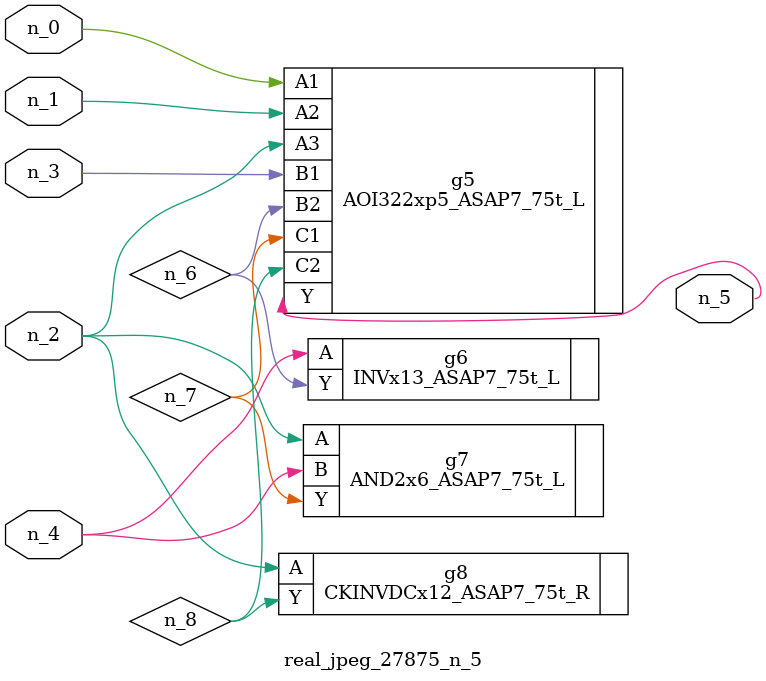
<source format=v>
module real_jpeg_27875_n_5 (n_4, n_0, n_1, n_2, n_3, n_5);

input n_4;
input n_0;
input n_1;
input n_2;
input n_3;

output n_5;

wire n_8;
wire n_6;
wire n_7;

AOI322xp5_ASAP7_75t_L g5 ( 
.A1(n_0),
.A2(n_1),
.A3(n_2),
.B1(n_3),
.B2(n_6),
.C1(n_7),
.C2(n_8),
.Y(n_5)
);

AND2x6_ASAP7_75t_L g7 ( 
.A(n_2),
.B(n_4),
.Y(n_7)
);

CKINVDCx12_ASAP7_75t_R g8 ( 
.A(n_2),
.Y(n_8)
);

INVx13_ASAP7_75t_L g6 ( 
.A(n_4),
.Y(n_6)
);


endmodule
</source>
